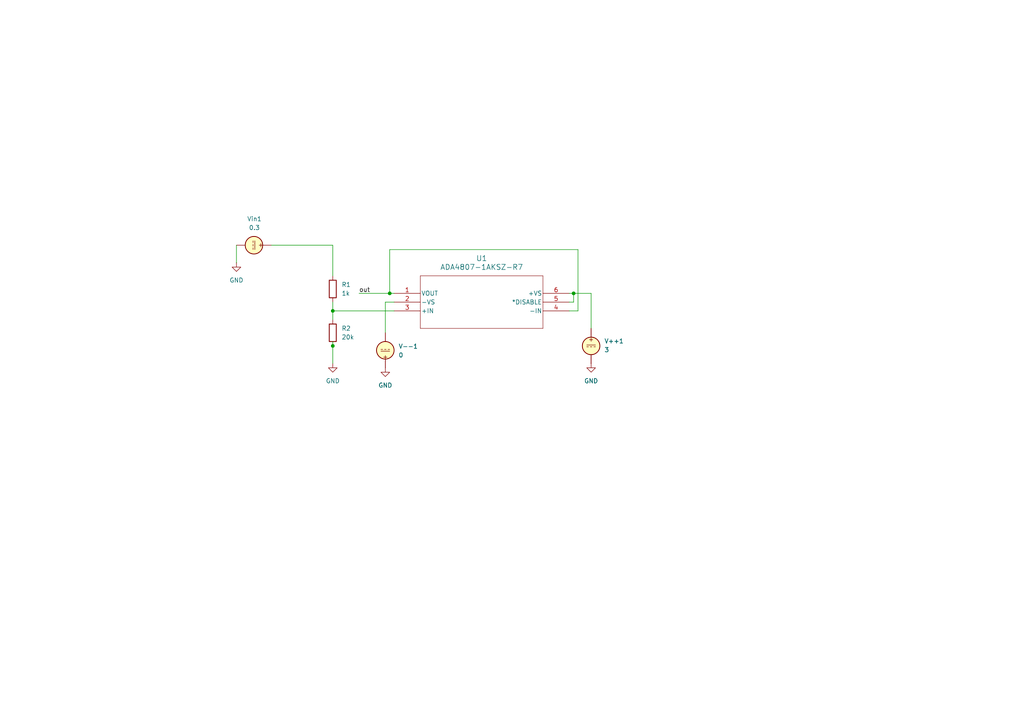
<source format=kicad_sch>
(kicad_sch (version 20231120) (generator "eeschema") (generator_version "8.0")
  (paper "A4")
  (lib_symbols
    (symbol "Device:R" (pin_numbers hide) (pin_names (offset 0))
      (property "Reference" "R" (at 2.032 0 90))
      (property "Value" "R" (at 0 0 90))
      (symbol "R_0_1"
        (rectangle (start -1.016 -2.54) (end 1.016 2.54) (stroke (width 0.254)))
      )
      (symbol "R_1_1"
        (pin passive line (at 0 3.81 270) (length 1.27) (name "~") (number "1"))
        (pin passive line (at 0 -3.81 90) (length 1.27) (name "~") (number "2"))
      )
    )
    (symbol "Opamp:ADA4807-1AKSZ-R7" (pin_names (offset 0.254))
      (property "Reference" "U" (at 25.4 10.16 0))
      (property "Value" "ADA4807-1AKSZ-R7" (at 25.4 7.62 0))
      (symbol "ADA4807-1AKSZ-R7_0_1"
        (polyline (pts (xy 7.62 -10.16) (xy 43.18 -10.16)) (stroke (width 0.127)))
        (polyline (pts (xy 7.62 5.08) (xy 7.62 -10.16)) (stroke (width 0.127)))
        (polyline (pts (xy 43.18 -10.16) (xy 43.18 5.08)) (stroke (width 0.127)))
        (polyline (pts (xy 43.18 5.08) (xy 7.62 5.08)) (stroke (width 0.127)))
        (pin power_in line (at 0 0 0) (length 7.62) (name "VOUT") (number "1"))
        (pin power_in line (at 0 -2.54 0) (length 7.62) (name "-VS") (number "2"))
        (pin input line (at 0 -5.08 0) (length 7.62) (name "+IN") (number "3"))
        (pin input line (at 50.8 -5.08 180) (length 7.62) (name "-IN") (number "4"))
        (pin unspecified line (at 50.8 -2.54 180) (length 7.62) (name "*DISABLE") (number "5"))
        (pin power_in line (at 50.8 0 180) (length 7.62) (name "+VS") (number "6"))
      )
    )
    (symbol "Simulation_SPICE:VDC" (pin_numbers hide) (pin_names (offset 0.0254))
      (property "Reference" "V" (at 2.54 2.54 0))
      (property "Value" "1" (at 2.54 0 0))
      (symbol "VDC_0_0"
        (polyline (pts (xy -1.27 0.254) (xy 1.27 0.254)))
        (polyline (pts (xy -0.762 -0.254) (xy -1.27 -0.254)))
        (polyline (pts (xy 0.254 -0.254) (xy -0.254 -0.254)))
        (polyline (pts (xy 1.27 -0.254) (xy 0.762 -0.254)))
        (text "+" (at 0 1.905 0) (effects (font (size 1.27 1.27))))
      )
      (symbol "VDC_0_1"
        (circle (center 0 0) (radius 2.54) (stroke (width 0.254)) (fill (type background)))
      )
      (symbol "VDC_1_1"
        (pin passive line (at 0 5.08 270) (length 2.54) (name "~") (number "1"))
        (pin passive line (at 0 -5.08 90) (length 2.54) (name "~") (number "2"))
      )
    )
    (symbol "power:GND" (power) (pin_numbers hide) (pin_names (offset 0) hide)
      (property "Value" "GND" (at 0 -3.81 0))
      (symbol "GND_0_1"
        (polyline (pts (xy 0 0) (xy 0 -1.27) (xy 1.27 -1.27) (xy 0 -2.54) (xy -1.27 -1.27) (xy 0 -1.27)))
      )
      (symbol "GND_1_1"
        (pin power_in line (at 0 0 270) (length 0) (name "~") (number "1"))
      )
    )
  )
  (junction (at 96.52 90.17))
  (junction (at 113.03 85.09))
  (junction (at 96.52 100.33))
  (junction (at 166.37 85.09))
  (wire (pts (xy 165.1 85.09) (xy 166.37 85.09)))
  (wire (pts (xy 111.76 96.52) (xy 111.76 87.63)))
  (wire (pts (xy 96.52 90.17) (xy 114.3 90.17)))
  (wire (pts (xy 96.52 71.12) (xy 96.52 80.01)))
  (wire (pts (xy 167.64 72.39) (xy 113.03 72.39)))
  (wire (pts (xy 167.64 90.17) (xy 167.64 72.39)))
  (wire (pts (xy 96.52 71.12) (xy 78.74 71.12)))
  (wire (pts (xy 111.76 87.63) (xy 114.3 87.63)))
  (wire (pts (xy 171.45 85.09) (xy 171.45 95.25)))
  (wire (pts (xy 166.37 85.09) (xy 166.37 87.63)))
  (wire (pts (xy 68.58 71.12) (xy 68.58 76.2)))
  (wire (pts (xy 104.14 85.09) (xy 113.03 85.09)))
  (wire (pts (xy 166.37 85.09) (xy 171.45 85.09)))
  (wire (pts (xy 96.52 87.63) (xy 96.52 90.17)))
  (wire (pts (xy 165.1 87.63) (xy 166.37 87.63)))
  (wire (pts (xy 96.52 100.33) (xy 96.52 105.41)))
  (wire (pts (xy 113.03 72.39) (xy 113.03 85.09)))
  (wire (pts (xy 113.03 85.09) (xy 114.3 85.09)))
  (wire (pts (xy 96.52 90.17) (xy 96.52 92.71)))
  (wire (pts (xy 96.52 99.06) (xy 96.52 100.33)))
  (wire (pts (xy 165.1 90.17) (xy 167.64 90.17)))
  (label "out" (at 104.14 85.09 0))
  (symbol (lib_id "power:GND") (at 68.58 76.2 0) (unit 1)
    (property "Reference" "#PWR01" (effects (hide yes)))
    (property "Value" "GND" (at 68.58 81.28 0))
    (property "Description" "Power symbol creates a global label with name \"GND\" , ground" (effects (hide yes)))
  )
  (symbol (lib_id "Device:R") (at 96.52 96.52 0) (unit 1)
    (property "Reference" "R2" (at 99.06 95.2499 0) (effects (justify left)))
    (property "Value" "20k" (at 99.06 97.7899 0) (effects (justify left)))
    (property "Description" "Resistor" (effects (hide yes)))
  )
  (symbol (lib_id "Device:R") (at 96.52 83.82 0) (unit 1)
    (property "Reference" "R1" (at 99.06 82.5499 0) (effects (justify left)))
    (property "Value" "1k" (at 99.06 85.0899 0) (effects (justify left)))
    (property "Description" "Resistor" (effects (hide yes)))
  )
  (symbol (lib_id "Simulation_SPICE:VDC") (at 171.45 100.33 0) (unit 1)
    (property "Reference" "V++1" (at 175.26 98.9301 0) (effects (justify left)))
    (property "Value" "3" (at 175.26 101.4701 0) (effects (justify left)))
    (property "Datasheet" "https://ngspice.sourceforge.io/docs/ngspice-html-manual/manual.xhtml#sec_Independent_Sources_for" (effects (hide yes)))
    (property "Description" "Voltage source, DC" (effects (hide yes)))
    (property "Sim.Pins" "1=+ 2=-" (effects (hide yes)))
    (property "Sim.Type" "DC" (effects (hide yes)))
    (property "Sim.Device" "V" (effects (hide yes)))
  )
  (symbol (lib_id "Simulation_SPICE:VDC") (at 111.76 101.6 180) (unit 1)
    (property "Reference" "V--1" (at 115.57 100.4597 0) (effects (justify right)))
    (property "Value" "0" (at 115.57 102.9997 0) (effects (justify right)))
    (property "Datasheet" "https://ngspice.sourceforge.io/docs/ngspice-html-manual/manual.xhtml#sec_Independent_Sources_for" (effects (hide yes)))
    (property "Description" "Voltage source, DC" (effects (hide yes)))
    (property "Sim.Pins" "1=+ 2=-" (effects (hide yes)))
    (property "Sim.Type" "DC" (effects (hide yes)))
    (property "Sim.Device" "V" (effects (hide yes)))
    (instances (project "opamp1_pot_low" (path "" (reference "V--1") (unit 1))) (project "Opamp" (path "" (reference "V--?") (unit 1))))
  )
  (symbol (lib_id "power:GND") (at 96.52 105.41 0) (unit 1)
    (property "Reference" "#PWR04" (effects (hide yes)))
    (property "Value" "GND" (at 96.52 110.49 0))
    (property "Description" "Power symbol creates a global label with name \"GND\" , ground" (effects (hide yes)))
  )
  (symbol (lib_id "Simulation_SPICE:VDC") (at 73.66 71.12 270) (unit 1)
    (property "Reference" "Vin1" (at 73.7898 63.5 90))
    (property "Value" "0.3" (at 73.7898 66.04 90))
    (property "Datasheet" "https://ngspice.sourceforge.io/docs/ngspice-html-manual/manual.xhtml#sec_Independent_Sources_for" (effects (hide yes)))
    (property "Description" "Voltage source, DC" (effects (hide yes)))
    (property "Sim.Pins" "1=+ 2=-" (effects (hide yes)))
    (property "Sim.Type" "DC" (effects (hide yes)))
    (property "Sim.Device" "V" (effects (hide yes)))
    (instances (project "opamp1_pot_low" (path "" (reference "Vin1") (unit 1))) (project "Opamp" (path "" (reference "Vin?") (unit 1))))
  )
  (symbol (lib_id "power:GND") (at 111.76 106.68 0) (unit 1)
    (property "Reference" "#PWR02" (effects (hide yes)))
    (property "Value" "GND" (at 111.76 111.76 0))
    (property "Description" "Power symbol creates a global label with name \"GND\" , ground" (effects (hide yes)))
  )
  (symbol (lib_id "Opamp:ADA4807-1AKSZ-R7") (at 114.3 85.09 0) (unit 1)
    (property "Reference" "U1" (at 139.7 74.93 0) (effects (font (size 1.524 1.524))))
    (property "Value" "ADA4807-1AKSZ-R7" (at 139.7 77.47 0) (effects (font (size 1.524 1.524))))
    (property "Footprint" "KS-6_ADI" (effects (hide yes)))
    (property "Datasheet" "ADA4807-1AKSZ-R7" (effects (hide yes)))
    (property "Sim.Library" "/home/maxwell/github-repos/sp-24-EE628/6_Test/2_PCB/test_board_1/TestBoardEDA/models/ADA4807.cir" (effects (hide yes)))
    (property "Sim.Name" "ADA4807" (effects (hide yes)))
    (property "Sim.Device" "SUBCKT" (effects (hide yes)))
    (property "Sim.Pins" "1=104 2=103 3=100 4=101 5=106 6=102" (effects (hide yes)))
  )
  (symbol (lib_id "power:GND") (at 171.45 105.41 0) (unit 1)
    (property "Reference" "#PWR03" (effects (hide yes)))
    (property "Value" "GND" (at 171.45 110.49 0))
    (property "Description" "Power symbol creates a global label with name \"GND\" , ground" (effects (hide yes)))
  )
)
</source>
